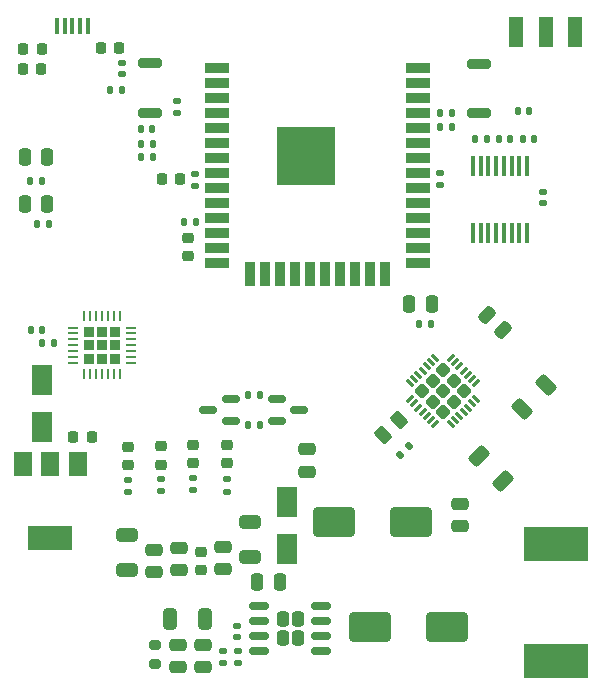
<source format=gbr>
%TF.GenerationSoftware,KiCad,Pcbnew,(6.0.7)*%
%TF.CreationDate,2023-01-18T18:15:29-06:00*%
%TF.ProjectId,SmartSpin2k,536d6172-7453-4706-996e-326b2e6b6963,2.35*%
%TF.SameCoordinates,Original*%
%TF.FileFunction,Paste,Top*%
%TF.FilePolarity,Positive*%
%FSLAX46Y46*%
G04 Gerber Fmt 4.6, Leading zero omitted, Abs format (unit mm)*
G04 Created by KiCad (PCBNEW (6.0.7)) date 2023-01-18 18:15:29*
%MOMM*%
%LPD*%
G01*
G04 APERTURE LIST*
G04 Aperture macros list*
%AMRoundRect*
0 Rectangle with rounded corners*
0 $1 Rounding radius*
0 $2 $3 $4 $5 $6 $7 $8 $9 X,Y pos of 4 corners*
0 Add a 4 corners polygon primitive as box body*
4,1,4,$2,$3,$4,$5,$6,$7,$8,$9,$2,$3,0*
0 Add four circle primitives for the rounded corners*
1,1,$1+$1,$2,$3*
1,1,$1+$1,$4,$5*
1,1,$1+$1,$6,$7*
1,1,$1+$1,$8,$9*
0 Add four rect primitives between the rounded corners*
20,1,$1+$1,$2,$3,$4,$5,0*
20,1,$1+$1,$4,$5,$6,$7,0*
20,1,$1+$1,$6,$7,$8,$9,0*
20,1,$1+$1,$8,$9,$2,$3,0*%
G04 Aperture macros list end*
%ADD10RoundRect,0.250000X-0.512652X-0.159099X-0.159099X-0.512652X0.512652X0.159099X0.159099X0.512652X0*%
%ADD11RoundRect,0.135000X0.185000X-0.135000X0.185000X0.135000X-0.185000X0.135000X-0.185000X-0.135000X0*%
%ADD12RoundRect,0.250000X-1.500000X-1.000000X1.500000X-1.000000X1.500000X1.000000X-1.500000X1.000000X0*%
%ADD13RoundRect,0.218750X-0.256250X0.218750X-0.256250X-0.218750X0.256250X-0.218750X0.256250X0.218750X0*%
%ADD14RoundRect,0.225000X0.225000X0.250000X-0.225000X0.250000X-0.225000X-0.250000X0.225000X-0.250000X0*%
%ADD15R,1.500000X2.000000*%
%ADD16R,3.800000X2.000000*%
%ADD17RoundRect,0.250000X0.475000X-0.250000X0.475000X0.250000X-0.475000X0.250000X-0.475000X-0.250000X0*%
%ADD18RoundRect,0.250000X-0.255000X-0.395000X0.255000X-0.395000X0.255000X0.395000X-0.255000X0.395000X0*%
%ADD19RoundRect,0.150000X-0.662500X-0.150000X0.662500X-0.150000X0.662500X0.150000X-0.662500X0.150000X0*%
%ADD20RoundRect,0.200000X-0.800000X0.200000X-0.800000X-0.200000X0.800000X-0.200000X0.800000X0.200000X0*%
%ADD21R,1.250000X2.500000*%
%ADD22RoundRect,0.218750X0.218750X0.256250X-0.218750X0.256250X-0.218750X-0.256250X0.218750X-0.256250X0*%
%ADD23RoundRect,0.140000X0.170000X-0.140000X0.170000X0.140000X-0.170000X0.140000X-0.170000X-0.140000X0*%
%ADD24RoundRect,0.218750X-0.218750X-0.256250X0.218750X-0.256250X0.218750X0.256250X-0.218750X0.256250X0*%
%ADD25RoundRect,0.150000X0.587500X0.150000X-0.587500X0.150000X-0.587500X-0.150000X0.587500X-0.150000X0*%
%ADD26RoundRect,0.250000X0.650000X-0.325000X0.650000X0.325000X-0.650000X0.325000X-0.650000X-0.325000X0*%
%ADD27RoundRect,0.135000X-0.135000X-0.185000X0.135000X-0.185000X0.135000X0.185000X-0.135000X0.185000X0*%
%ADD28RoundRect,0.140000X-0.140000X-0.170000X0.140000X-0.170000X0.140000X0.170000X-0.140000X0.170000X0*%
%ADD29RoundRect,0.250000X-0.132583X0.503814X-0.503814X0.132583X0.132583X-0.503814X0.503814X-0.132583X0*%
%ADD30RoundRect,0.250000X0.000000X0.360624X-0.360624X0.000000X0.000000X-0.360624X0.360624X0.000000X0*%
%ADD31RoundRect,0.062500X0.185616X0.274004X-0.274004X-0.185616X-0.185616X-0.274004X0.274004X0.185616X0*%
%ADD32RoundRect,0.062500X-0.185616X0.274004X-0.274004X0.185616X0.185616X-0.274004X0.274004X-0.185616X0*%
%ADD33RoundRect,0.250000X-0.250000X-0.475000X0.250000X-0.475000X0.250000X0.475000X-0.250000X0.475000X0*%
%ADD34RoundRect,0.140000X-0.170000X0.140000X-0.170000X-0.140000X0.170000X-0.140000X0.170000X0.140000X0*%
%ADD35RoundRect,0.218750X0.256250X-0.218750X0.256250X0.218750X-0.256250X0.218750X-0.256250X-0.218750X0*%
%ADD36RoundRect,0.135000X0.035355X-0.226274X0.226274X-0.035355X-0.035355X0.226274X-0.226274X0.035355X0*%
%ADD37R,0.400000X1.350000*%
%ADD38RoundRect,0.200000X0.275000X-0.200000X0.275000X0.200000X-0.275000X0.200000X-0.275000X-0.200000X0*%
%ADD39RoundRect,0.250000X0.250000X0.475000X-0.250000X0.475000X-0.250000X-0.475000X0.250000X-0.475000X0*%
%ADD40RoundRect,0.135000X0.135000X0.185000X-0.135000X0.185000X-0.135000X-0.185000X0.135000X-0.185000X0*%
%ADD41RoundRect,0.135000X-0.185000X0.135000X-0.185000X-0.135000X0.185000X-0.135000X0.185000X0.135000X0*%
%ADD42R,2.000000X0.900000*%
%ADD43R,0.900000X2.000000*%
%ADD44R,5.000000X5.000000*%
%ADD45RoundRect,0.140000X0.140000X0.170000X-0.140000X0.170000X-0.140000X-0.170000X0.140000X-0.170000X0*%
%ADD46R,1.800000X2.500000*%
%ADD47RoundRect,0.150000X-0.587500X-0.150000X0.587500X-0.150000X0.587500X0.150000X-0.587500X0.150000X0*%
%ADD48RoundRect,0.225000X0.250000X-0.225000X0.250000X0.225000X-0.250000X0.225000X-0.250000X-0.225000X0*%
%ADD49R,0.355600X1.676400*%
%ADD50RoundRect,0.250000X0.325000X0.650000X-0.325000X0.650000X-0.325000X-0.650000X0.325000X-0.650000X0*%
%ADD51RoundRect,0.250000X0.662913X0.220971X0.220971X0.662913X-0.662913X-0.220971X-0.220971X-0.662913X0*%
%ADD52RoundRect,0.225000X-0.250000X0.225000X-0.250000X-0.225000X0.250000X-0.225000X0.250000X0.225000X0*%
%ADD53RoundRect,0.225000X-0.225000X0.225000X-0.225000X-0.225000X0.225000X-0.225000X0.225000X0.225000X0*%
%ADD54RoundRect,0.062500X-0.062500X0.337500X-0.062500X-0.337500X0.062500X-0.337500X0.062500X0.337500X0*%
%ADD55RoundRect,0.062500X-0.337500X0.062500X-0.337500X-0.062500X0.337500X-0.062500X0.337500X0.062500X0*%
%ADD56RoundRect,0.200000X0.800000X-0.200000X0.800000X0.200000X-0.800000X0.200000X-0.800000X-0.200000X0*%
%ADD57R,5.400000X2.900000*%
%ADD58RoundRect,0.250000X-0.220971X0.662913X-0.662913X0.220971X0.220971X-0.662913X0.662913X-0.220971X0*%
G04 APERTURE END LIST*
D10*
%TO.C,C6*%
X42778049Y31379351D03*
X44121551Y30035849D03*
%TD*%
D11*
%TO.C,R6*%
X38820000Y42310000D03*
X38820000Y43330000D03*
%TD*%
D12*
%TO.C,C7*%
X29842500Y13840000D03*
X36342500Y13840000D03*
%TD*%
D13*
%TO.C,D3*%
X12411000Y20192100D03*
X12411000Y18617100D03*
%TD*%
D11*
%TO.C,R19*%
X21725000Y1911300D03*
X21725000Y2931300D03*
%TD*%
D14*
%TO.C,C32*%
X9325000Y21020000D03*
X7775000Y21020000D03*
%TD*%
D15*
%TO.C,U6*%
X8130000Y18760000D03*
D16*
X5830000Y12460000D03*
D15*
X5830000Y18760000D03*
X3530000Y18760000D03*
%TD*%
D17*
%TO.C,C1*%
X20430000Y9810000D03*
X20430000Y11710000D03*
%TD*%
D18*
%TO.C,U4*%
X26767000Y5621900D03*
X26767000Y4021900D03*
X25507000Y5621900D03*
X25507000Y4021900D03*
D19*
X23499500Y6726900D03*
X23499500Y5456900D03*
X23499500Y4186900D03*
X23499500Y2916900D03*
X28774500Y2916900D03*
X28774500Y4186900D03*
X28774500Y5456900D03*
X28774500Y6726900D03*
%TD*%
D20*
%TO.C,SW2*%
X14266000Y52667800D03*
X14266000Y48467800D03*
%TD*%
D21*
%TO.C,S1*%
X50260000Y55340000D03*
X47760000Y55340000D03*
X45260000Y55340000D03*
%TD*%
D22*
%TO.C,D5*%
X5070500Y52170600D03*
X3495500Y52170600D03*
%TD*%
D23*
%TO.C,C2*%
X16576600Y48464800D03*
X16576600Y49424800D03*
%TD*%
D24*
%TO.C,D4*%
X10074100Y53948600D03*
X11649100Y53948600D03*
%TD*%
D25*
%TO.C,Q2*%
X21086700Y22365800D03*
X21086700Y24265800D03*
X19211700Y23315800D03*
%TD*%
D26*
%TO.C,C18*%
X22750000Y10885000D03*
X22750000Y13835000D03*
%TD*%
%TO.C,C3*%
X12330000Y9745000D03*
X12330000Y12695000D03*
%TD*%
D27*
%TO.C,R3*%
X10890000Y50420000D03*
X11910000Y50420000D03*
%TD*%
D28*
%TO.C,C20*%
X43820000Y46268300D03*
X44780000Y46268300D03*
%TD*%
D27*
%TO.C,R4*%
X38830000Y48470000D03*
X39850000Y48470000D03*
%TD*%
D29*
%TO.C,R17*%
X35306635Y22462835D03*
X34016165Y21172365D03*
%TD*%
D30*
%TO.C,U2*%
X39964883Y25774883D03*
X39081000Y26658767D03*
X38197117Y24007117D03*
X40848767Y24891000D03*
X39081000Y23123233D03*
X39081000Y24891000D03*
X39964883Y24007117D03*
X38197117Y25774883D03*
X37313233Y24891000D03*
D31*
X41882911Y25571590D03*
X41529357Y25925144D03*
X41175804Y26278697D03*
X40822250Y26632250D03*
X40468697Y26985804D03*
X40115144Y27339357D03*
X39761590Y27692911D03*
D32*
X38400410Y27692911D03*
X38046856Y27339357D03*
X37693303Y26985804D03*
X37339750Y26632250D03*
X36986196Y26278697D03*
X36632643Y25925144D03*
X36279089Y25571590D03*
D31*
X36279089Y24210410D03*
X36632643Y23856856D03*
X36986196Y23503303D03*
X37339750Y23149750D03*
X37693303Y22796196D03*
X38046856Y22442643D03*
X38400410Y22089089D03*
D32*
X39761590Y22089089D03*
X40115144Y22442643D03*
X40468697Y22796196D03*
X40822250Y23149750D03*
X41175804Y23503303D03*
X41529357Y23856856D03*
X41882911Y24210410D03*
%TD*%
D33*
%TO.C,C28*%
X23350000Y8710000D03*
X25250000Y8710000D03*
%TD*%
D12*
%TO.C,C19*%
X32877500Y4945000D03*
X39377500Y4945000D03*
%TD*%
D22*
%TO.C,D6*%
X5095900Y53897800D03*
X3520900Y53897800D03*
%TD*%
D17*
%TO.C,C14*%
X27549400Y18073600D03*
X27549400Y19973600D03*
%TD*%
D28*
%TO.C,C17*%
X45840000Y46268300D03*
X46800000Y46268300D03*
%TD*%
D27*
%TO.C,R1*%
X13500000Y44706000D03*
X14520000Y44706000D03*
%TD*%
D17*
%TO.C,C12*%
X40503400Y13476200D03*
X40503400Y15376200D03*
%TD*%
D28*
%TO.C,C23*%
X4150000Y30030000D03*
X5110000Y30030000D03*
%TD*%
D34*
%TO.C,C21*%
X47507500Y41794300D03*
X47507500Y40834300D03*
%TD*%
D35*
%TO.C,D1*%
X17872000Y18769500D03*
X17872000Y20344500D03*
%TD*%
D36*
%TO.C,R14*%
X35443776Y19526576D03*
X36165024Y20247824D03*
%TD*%
D37*
%TO.C,J4*%
X8986600Y55790000D03*
X8336600Y55790000D03*
X7686600Y55790000D03*
X7036600Y55790000D03*
X6386600Y55790000D03*
%TD*%
D11*
%TO.C,R9*%
X17872000Y16507000D03*
X17872000Y17527000D03*
%TD*%
D27*
%TO.C,R23*%
X5130000Y28940000D03*
X6150000Y28940000D03*
%TD*%
D38*
%TO.C,R20*%
X14710000Y1785000D03*
X14710000Y3435000D03*
%TD*%
D39*
%TO.C,C8*%
X38100600Y32257000D03*
X36200600Y32257000D03*
%TD*%
D17*
%TO.C,C5*%
X16696200Y9733800D03*
X16696200Y11633800D03*
%TD*%
D11*
%TO.C,R22*%
X20440000Y1870000D03*
X20440000Y2890000D03*
%TD*%
D40*
%TO.C,R21*%
X5730000Y39060000D03*
X4710000Y39060000D03*
%TD*%
D41*
%TO.C,R12*%
X15205000Y17425400D03*
X15205000Y16405400D03*
%TD*%
D23*
%TO.C,C15*%
X11918700Y51720400D03*
X11918700Y52680400D03*
%TD*%
%TO.C,C29*%
X21670000Y4090000D03*
X21670000Y5050000D03*
%TD*%
D42*
%TO.C,U1*%
X19948000Y52284000D03*
X19948000Y51014000D03*
X19948000Y49744000D03*
X19948000Y48474000D03*
X19948000Y47204000D03*
X19948000Y45934000D03*
X19948000Y44664000D03*
X19948000Y43394000D03*
X19948000Y42124000D03*
X19948000Y40854000D03*
X19948000Y39584000D03*
X19948000Y38314000D03*
X19948000Y37044000D03*
X19948000Y35774000D03*
D43*
X22733000Y34774000D03*
X24003000Y34774000D03*
X25273000Y34774000D03*
X26543000Y34774000D03*
X27813000Y34774000D03*
X29083000Y34774000D03*
X30353000Y34774000D03*
X31623000Y34774000D03*
X32893000Y34774000D03*
X34163000Y34774000D03*
D42*
X36948000Y35774000D03*
X36948000Y37044000D03*
X36948000Y38314000D03*
X36948000Y39584000D03*
X36948000Y40854000D03*
X36948000Y42124000D03*
X36948000Y43394000D03*
X36948000Y44664000D03*
X36948000Y45934000D03*
X36948000Y47204000D03*
X36948000Y48474000D03*
X36948000Y49744000D03*
X36948000Y51014000D03*
X36948000Y52284000D03*
D44*
X27448000Y44784000D03*
%TD*%
D11*
%TO.C,R13*%
X12411000Y16380000D03*
X12411000Y17400000D03*
%TD*%
D45*
%TO.C,C27*%
X5080000Y42710000D03*
X4120000Y42710000D03*
%TD*%
D46*
%TO.C,D7*%
X5146600Y21824200D03*
X5146600Y25824200D03*
%TD*%
D13*
%TO.C,D2*%
X15205000Y20217500D03*
X15205000Y18642500D03*
%TD*%
D46*
%TO.C,D8*%
X25830000Y11540000D03*
X25830000Y15540000D03*
%TD*%
D45*
%TO.C,C22*%
X42761000Y46204300D03*
X41801000Y46204300D03*
%TD*%
D27*
%TO.C,R5*%
X38830000Y47270000D03*
X39850000Y47270000D03*
%TD*%
D47*
%TO.C,Q1*%
X25011700Y24240800D03*
X25011700Y22340800D03*
X26886700Y23290800D03*
%TD*%
D48*
%TO.C,C9*%
X18601200Y9731000D03*
X18601200Y11281000D03*
%TD*%
D13*
%TO.C,D9*%
X20793000Y20344500D03*
X20793000Y18769500D03*
%TD*%
D14*
%TO.C,C11*%
X16792800Y42848800D03*
X15242800Y42848800D03*
%TD*%
D17*
%TO.C,C4*%
X14613400Y9581400D03*
X14613400Y11481400D03*
%TD*%
D40*
%TO.C,R18*%
X38060400Y30600000D03*
X37040400Y30600000D03*
%TD*%
D28*
%TO.C,C16*%
X13505800Y47065200D03*
X14465800Y47065200D03*
%TD*%
D49*
%TO.C,U3*%
X46172499Y43963700D03*
X45522501Y43963700D03*
X44872499Y43963700D03*
X44222501Y43963700D03*
X43572502Y43963700D03*
X42922501Y43963700D03*
X42272502Y43963700D03*
X41622501Y43963700D03*
X41622501Y38324900D03*
X42272499Y38324900D03*
X42922501Y38324900D03*
X43572499Y38324900D03*
X44222498Y38324900D03*
X44872499Y38324900D03*
X45522498Y38324900D03*
X46172499Y38324900D03*
%TD*%
D40*
%TO.C,R11*%
X18128000Y39216600D03*
X17108000Y39216600D03*
%TD*%
D50*
%TO.C,C30*%
X18935000Y5610000D03*
X15985000Y5610000D03*
%TD*%
D17*
%TO.C,C31*%
X18760000Y1520000D03*
X18760000Y3420000D03*
%TD*%
D51*
%TO.C,R16*%
X44179144Y17329056D03*
X42110856Y19397344D03*
%TD*%
D39*
%TO.C,C25*%
X5550000Y44710000D03*
X3650000Y44710000D03*
%TD*%
D52*
%TO.C,C10*%
X17491000Y37858000D03*
X17491000Y36308000D03*
%TD*%
D53*
%TO.C,U5*%
X9081200Y29897200D03*
X11321200Y27657200D03*
X9081200Y28777200D03*
X10201200Y27657200D03*
X10201200Y28777200D03*
X11321200Y28777200D03*
X9081200Y27657200D03*
X10201200Y29897200D03*
X11321200Y29897200D03*
D54*
X11701200Y31227200D03*
X11201200Y31227200D03*
X10701200Y31227200D03*
X10201200Y31227200D03*
X9701200Y31227200D03*
X9201200Y31227200D03*
X8701200Y31227200D03*
D55*
X7751200Y30277200D03*
X7751200Y29777200D03*
X7751200Y29277200D03*
X7751200Y28777200D03*
X7751200Y28277200D03*
X7751200Y27777200D03*
X7751200Y27277200D03*
D54*
X8701200Y26327200D03*
X9201200Y26327200D03*
X9701200Y26327200D03*
X10201200Y26327200D03*
X10701200Y26327200D03*
X11201200Y26327200D03*
X11701200Y26327200D03*
D55*
X12651200Y27277200D03*
X12651200Y27777200D03*
X12651200Y28277200D03*
X12651200Y28777200D03*
X12651200Y29277200D03*
X12651200Y29777200D03*
X12651200Y30277200D03*
%TD*%
D41*
%TO.C,R10*%
X18100600Y43308000D03*
X18100600Y42288000D03*
%TD*%
D17*
%TO.C,C26*%
X16600000Y1540000D03*
X16600000Y3440000D03*
%TD*%
D40*
%TO.C,R2*%
X14509600Y45847200D03*
X13489600Y45847200D03*
%TD*%
%TO.C,R8*%
X23563600Y22046200D03*
X22543600Y22046200D03*
%TD*%
%TO.C,R7*%
X23563600Y24535400D03*
X22543600Y24535400D03*
%TD*%
D41*
%TO.C,R24*%
X20793000Y17417000D03*
X20793000Y16397000D03*
%TD*%
D56*
%TO.C,SW1*%
X42110000Y48420000D03*
X42110000Y52620000D03*
%TD*%
D57*
%TO.C,L1*%
X48680000Y2020000D03*
X48680000Y11920000D03*
%TD*%
D33*
%TO.C,C24*%
X3650000Y40710000D03*
X5550000Y40710000D03*
%TD*%
D58*
%TO.C,R15*%
X47811344Y25442544D03*
X45743056Y23374256D03*
%TD*%
D45*
%TO.C,C13*%
X46380000Y48630000D03*
X45420000Y48630000D03*
%TD*%
M02*

</source>
